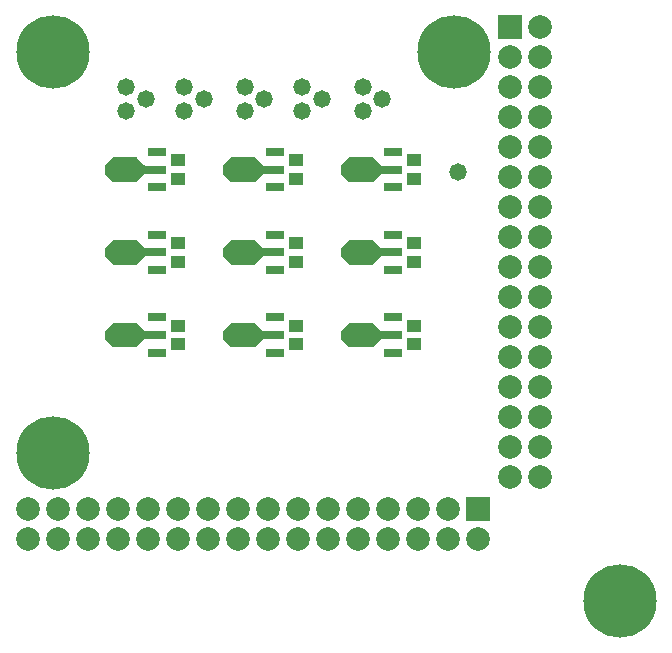
<source format=gts>
G04 Layer_Color=8388736*
%FSLAX25Y25*%
%MOIN*%
G70*
G01*
G75*
%ADD24R,0.04737X0.04343*%
%ADD25R,0.06312X0.03162*%
%ADD26R,0.07887X0.03162*%
%ADD27C,0.07887*%
%ADD28R,0.07887X0.07887*%
%ADD29R,0.07887X0.07887*%
%ADD30C,0.24422*%
%ADD31C,0.05800*%
G36*
X122296Y82878D02*
X122348Y82867D01*
X122397Y82851D01*
X122444Y82828D01*
X122488Y82798D01*
X122528Y82764D01*
X125087Y80205D01*
X125121Y80165D01*
X125150Y80122D01*
X125173Y80075D01*
X125190Y80025D01*
X125201Y79974D01*
X125204Y79921D01*
Y77559D01*
X125201Y77507D01*
X125190Y77455D01*
X125173Y77406D01*
X125150Y77359D01*
X125121Y77315D01*
X125087Y77276D01*
X122528Y74717D01*
X122488Y74682D01*
X122444Y74653D01*
X122397Y74630D01*
X122348Y74613D01*
X122296Y74603D01*
X122244Y74599D01*
X114764D01*
X114711Y74603D01*
X114660Y74613D01*
X114610Y74630D01*
X114563Y74653D01*
X114520Y74682D01*
X114480Y74717D01*
X111921Y77276D01*
X111887Y77315D01*
X111858Y77359D01*
X111834Y77406D01*
X111818Y77455D01*
X111807Y77507D01*
X111804Y77559D01*
Y79921D01*
X111807Y79974D01*
X111818Y80025D01*
X111834Y80075D01*
X111858Y80122D01*
X111887Y80165D01*
X111921Y80205D01*
X114480Y82764D01*
X114520Y82798D01*
X114563Y82828D01*
X114610Y82851D01*
X114660Y82867D01*
X114711Y82878D01*
X114764Y82881D01*
X122244D01*
X122296Y82878D01*
D02*
G37*
G36*
X43556Y110437D02*
X43608Y110427D01*
X43657Y110410D01*
X43704Y110387D01*
X43748Y110357D01*
X43787Y110323D01*
X46346Y107764D01*
X46381Y107724D01*
X46410Y107681D01*
X46433Y107634D01*
X46450Y107584D01*
X46460Y107533D01*
X46464Y107480D01*
Y105118D01*
X46460Y105066D01*
X46450Y105014D01*
X46433Y104965D01*
X46410Y104918D01*
X46381Y104874D01*
X46346Y104835D01*
X43787Y102276D01*
X43748Y102241D01*
X43704Y102212D01*
X43657Y102189D01*
X43608Y102172D01*
X43556Y102162D01*
X43504Y102158D01*
X36024D01*
X35971Y102162D01*
X35920Y102172D01*
X35870Y102189D01*
X35823Y102212D01*
X35780Y102241D01*
X35740Y102276D01*
X33181Y104835D01*
X33147Y104874D01*
X33117Y104918D01*
X33094Y104965D01*
X33077Y105014D01*
X33067Y105066D01*
X33064Y105118D01*
Y107480D01*
X33067Y107533D01*
X33077Y107584D01*
X33094Y107634D01*
X33117Y107681D01*
X33147Y107724D01*
X33181Y107764D01*
X35740Y110323D01*
X35780Y110357D01*
X35823Y110387D01*
X35870Y110410D01*
X35920Y110427D01*
X35971Y110437D01*
X36024Y110440D01*
X43504D01*
X43556Y110437D01*
D02*
G37*
G36*
Y82878D02*
X43608Y82867D01*
X43657Y82851D01*
X43704Y82828D01*
X43748Y82798D01*
X43787Y82764D01*
X46346Y80205D01*
X46381Y80165D01*
X46410Y80122D01*
X46433Y80075D01*
X46450Y80025D01*
X46460Y79974D01*
X46464Y79921D01*
Y77559D01*
X46460Y77507D01*
X46450Y77455D01*
X46433Y77406D01*
X46410Y77359D01*
X46381Y77315D01*
X46346Y77276D01*
X43787Y74717D01*
X43748Y74682D01*
X43704Y74653D01*
X43657Y74630D01*
X43608Y74613D01*
X43556Y74603D01*
X43504Y74599D01*
X36024D01*
X35971Y74603D01*
X35920Y74613D01*
X35870Y74630D01*
X35823Y74653D01*
X35780Y74682D01*
X35740Y74717D01*
X33181Y77276D01*
X33147Y77315D01*
X33117Y77359D01*
X33094Y77406D01*
X33077Y77455D01*
X33067Y77507D01*
X33064Y77559D01*
Y79921D01*
X33067Y79974D01*
X33077Y80025D01*
X33094Y80075D01*
X33117Y80122D01*
X33147Y80165D01*
X33181Y80205D01*
X35740Y82764D01*
X35780Y82798D01*
X35823Y82828D01*
X35870Y82851D01*
X35920Y82867D01*
X35971Y82878D01*
X36024Y82881D01*
X43504D01*
X43556Y82878D01*
D02*
G37*
G36*
X82926D02*
X82978Y82867D01*
X83027Y82851D01*
X83074Y82828D01*
X83118Y82798D01*
X83157Y82764D01*
X85716Y80205D01*
X85751Y80165D01*
X85780Y80122D01*
X85803Y80075D01*
X85820Y80025D01*
X85830Y79974D01*
X85834Y79921D01*
Y77559D01*
X85830Y77507D01*
X85820Y77455D01*
X85803Y77406D01*
X85780Y77359D01*
X85751Y77315D01*
X85716Y77276D01*
X83157Y74717D01*
X83118Y74682D01*
X83074Y74653D01*
X83027Y74630D01*
X82978Y74613D01*
X82926Y74603D01*
X82874Y74599D01*
X75394D01*
X75341Y74603D01*
X75290Y74613D01*
X75240Y74630D01*
X75193Y74653D01*
X75150Y74682D01*
X75110Y74717D01*
X72551Y77276D01*
X72517Y77315D01*
X72487Y77359D01*
X72464Y77406D01*
X72448Y77455D01*
X72437Y77507D01*
X72434Y77559D01*
Y79921D01*
X72437Y79974D01*
X72448Y80025D01*
X72464Y80075D01*
X72487Y80122D01*
X72517Y80165D01*
X72551Y80205D01*
X75110Y82764D01*
X75150Y82798D01*
X75193Y82828D01*
X75240Y82851D01*
X75290Y82867D01*
X75341Y82878D01*
X75394Y82881D01*
X82874D01*
X82926Y82878D01*
D02*
G37*
G36*
Y110437D02*
X82978Y110427D01*
X83027Y110410D01*
X83074Y110387D01*
X83118Y110357D01*
X83157Y110323D01*
X85716Y107764D01*
X85751Y107724D01*
X85780Y107681D01*
X85803Y107634D01*
X85820Y107584D01*
X85830Y107533D01*
X85834Y107480D01*
Y105118D01*
X85830Y105066D01*
X85820Y105014D01*
X85803Y104965D01*
X85780Y104918D01*
X85751Y104874D01*
X85716Y104835D01*
X83157Y102276D01*
X83118Y102241D01*
X83074Y102212D01*
X83027Y102189D01*
X82978Y102172D01*
X82926Y102162D01*
X82874Y102158D01*
X75394D01*
X75341Y102162D01*
X75290Y102172D01*
X75240Y102189D01*
X75193Y102212D01*
X75150Y102241D01*
X75110Y102276D01*
X72551Y104835D01*
X72517Y104874D01*
X72487Y104918D01*
X72464Y104965D01*
X72448Y105014D01*
X72437Y105066D01*
X72434Y105118D01*
Y107480D01*
X72437Y107533D01*
X72448Y107584D01*
X72464Y107634D01*
X72487Y107681D01*
X72517Y107724D01*
X72551Y107764D01*
X75110Y110323D01*
X75150Y110357D01*
X75193Y110387D01*
X75240Y110410D01*
X75290Y110427D01*
X75341Y110437D01*
X75394Y110440D01*
X82874D01*
X82926Y110437D01*
D02*
G37*
G36*
Y137996D02*
X82978Y137986D01*
X83027Y137969D01*
X83074Y137946D01*
X83118Y137917D01*
X83157Y137882D01*
X85716Y135323D01*
X85751Y135283D01*
X85780Y135240D01*
X85803Y135193D01*
X85820Y135143D01*
X85830Y135092D01*
X85834Y135039D01*
Y132677D01*
X85830Y132625D01*
X85820Y132573D01*
X85803Y132524D01*
X85780Y132477D01*
X85751Y132433D01*
X85716Y132394D01*
X83157Y129835D01*
X83118Y129800D01*
X83074Y129771D01*
X83027Y129748D01*
X82978Y129731D01*
X82926Y129721D01*
X82874Y129717D01*
X75394D01*
X75341Y129721D01*
X75290Y129731D01*
X75240Y129748D01*
X75193Y129771D01*
X75150Y129800D01*
X75110Y129835D01*
X72551Y132394D01*
X72517Y132433D01*
X72487Y132477D01*
X72464Y132524D01*
X72448Y132573D01*
X72437Y132625D01*
X72434Y132677D01*
Y135039D01*
X72437Y135092D01*
X72448Y135143D01*
X72464Y135193D01*
X72487Y135240D01*
X72517Y135283D01*
X72551Y135323D01*
X75110Y137882D01*
X75150Y137917D01*
X75193Y137946D01*
X75240Y137969D01*
X75290Y137986D01*
X75341Y137996D01*
X75394Y137999D01*
X82874D01*
X82926Y137996D01*
D02*
G37*
G36*
X122296D02*
X122348Y137986D01*
X122397Y137969D01*
X122444Y137946D01*
X122488Y137917D01*
X122528Y137882D01*
X125087Y135323D01*
X125121Y135283D01*
X125150Y135240D01*
X125173Y135193D01*
X125190Y135143D01*
X125201Y135092D01*
X125204Y135039D01*
Y132677D01*
X125201Y132625D01*
X125190Y132573D01*
X125173Y132524D01*
X125150Y132477D01*
X125121Y132433D01*
X125087Y132394D01*
X122528Y129835D01*
X122488Y129800D01*
X122444Y129771D01*
X122397Y129748D01*
X122348Y129731D01*
X122296Y129721D01*
X122244Y129717D01*
X114764D01*
X114711Y129721D01*
X114660Y129731D01*
X114610Y129748D01*
X114563Y129771D01*
X114520Y129800D01*
X114480Y129835D01*
X111921Y132394D01*
X111887Y132433D01*
X111858Y132477D01*
X111834Y132524D01*
X111818Y132573D01*
X111807Y132625D01*
X111804Y132677D01*
Y135039D01*
X111807Y135092D01*
X111818Y135143D01*
X111834Y135193D01*
X111858Y135240D01*
X111887Y135283D01*
X111921Y135323D01*
X114480Y137882D01*
X114520Y137917D01*
X114563Y137946D01*
X114610Y137969D01*
X114660Y137986D01*
X114711Y137996D01*
X114764Y137999D01*
X122244D01*
X122296Y137996D01*
D02*
G37*
G36*
Y110437D02*
X122348Y110427D01*
X122397Y110410D01*
X122444Y110387D01*
X122488Y110357D01*
X122528Y110323D01*
X125087Y107764D01*
X125121Y107724D01*
X125150Y107681D01*
X125173Y107634D01*
X125190Y107584D01*
X125201Y107533D01*
X125204Y107480D01*
Y105118D01*
X125201Y105066D01*
X125190Y105014D01*
X125173Y104965D01*
X125150Y104918D01*
X125121Y104874D01*
X125087Y104835D01*
X122528Y102276D01*
X122488Y102241D01*
X122444Y102212D01*
X122397Y102189D01*
X122348Y102172D01*
X122296Y102162D01*
X122244Y102158D01*
X114764D01*
X114711Y102162D01*
X114660Y102172D01*
X114610Y102189D01*
X114563Y102212D01*
X114520Y102241D01*
X114480Y102276D01*
X111921Y104835D01*
X111887Y104874D01*
X111858Y104918D01*
X111834Y104965D01*
X111818Y105014D01*
X111807Y105066D01*
X111804Y105118D01*
Y107480D01*
X111807Y107533D01*
X111818Y107584D01*
X111834Y107634D01*
X111858Y107681D01*
X111887Y107724D01*
X111921Y107764D01*
X114480Y110323D01*
X114520Y110357D01*
X114563Y110387D01*
X114610Y110410D01*
X114660Y110427D01*
X114711Y110437D01*
X114764Y110440D01*
X122244D01*
X122296Y110437D01*
D02*
G37*
G36*
X43556Y137996D02*
X43608Y137986D01*
X43657Y137969D01*
X43704Y137946D01*
X43748Y137917D01*
X43787Y137882D01*
X46346Y135323D01*
X46381Y135283D01*
X46410Y135240D01*
X46433Y135193D01*
X46450Y135143D01*
X46460Y135092D01*
X46464Y135039D01*
Y132677D01*
X46460Y132625D01*
X46450Y132573D01*
X46433Y132524D01*
X46410Y132477D01*
X46381Y132433D01*
X46346Y132394D01*
X43787Y129835D01*
X43748Y129800D01*
X43704Y129771D01*
X43657Y129748D01*
X43608Y129731D01*
X43556Y129721D01*
X43504Y129717D01*
X36024D01*
X35971Y129721D01*
X35920Y129731D01*
X35870Y129748D01*
X35823Y129771D01*
X35780Y129800D01*
X35740Y129835D01*
X33181Y132394D01*
X33147Y132433D01*
X33117Y132477D01*
X33094Y132524D01*
X33077Y132573D01*
X33067Y132625D01*
X33064Y132677D01*
Y135039D01*
X33067Y135092D01*
X33077Y135143D01*
X33094Y135193D01*
X33117Y135240D01*
X33147Y135283D01*
X33181Y135323D01*
X35740Y137882D01*
X35780Y137917D01*
X35823Y137946D01*
X35870Y137969D01*
X35920Y137986D01*
X35971Y137996D01*
X36024Y137999D01*
X43504D01*
X43556Y137996D01*
D02*
G37*
D24*
X57480Y130709D02*
D03*
Y137008D02*
D03*
Y103150D02*
D03*
Y109449D02*
D03*
Y75590D02*
D03*
Y81890D02*
D03*
X96850Y130709D02*
D03*
Y137008D02*
D03*
Y103150D02*
D03*
Y109449D02*
D03*
Y75590D02*
D03*
Y81890D02*
D03*
X136221Y130709D02*
D03*
Y137008D02*
D03*
Y103150D02*
D03*
Y109449D02*
D03*
Y75590D02*
D03*
Y81890D02*
D03*
D25*
X50394Y84646D02*
D03*
Y72835D02*
D03*
X89764Y84646D02*
D03*
Y72835D02*
D03*
X129134Y84646D02*
D03*
Y72835D02*
D03*
X50394Y112205D02*
D03*
Y100394D02*
D03*
X89764Y112205D02*
D03*
Y100394D02*
D03*
X129134Y112205D02*
D03*
Y100394D02*
D03*
X50394Y139764D02*
D03*
Y127953D02*
D03*
X89764Y139764D02*
D03*
Y127953D02*
D03*
X129134Y139764D02*
D03*
Y127953D02*
D03*
D26*
X49606Y78740D02*
D03*
X88976D02*
D03*
X128347D02*
D03*
X49606Y106299D02*
D03*
X88976D02*
D03*
X128347D02*
D03*
X49606Y133858D02*
D03*
X88976D02*
D03*
X128347D02*
D03*
D27*
X7677Y20748D02*
D03*
X17677D02*
D03*
X27677D02*
D03*
X37677D02*
D03*
X47677D02*
D03*
X57677D02*
D03*
X67677D02*
D03*
X77677D02*
D03*
X87677D02*
D03*
X97677D02*
D03*
X107677D02*
D03*
X117677D02*
D03*
X127677D02*
D03*
X137677D02*
D03*
X147677D02*
D03*
X157677Y10748D02*
D03*
X147677D02*
D03*
X137677D02*
D03*
X127677D02*
D03*
X117677D02*
D03*
X107677D02*
D03*
X97677D02*
D03*
X87677D02*
D03*
X77677D02*
D03*
X67677D02*
D03*
X57677D02*
D03*
X47677D02*
D03*
X37677D02*
D03*
X27677D02*
D03*
X17677D02*
D03*
X7677D02*
D03*
X168228Y31299D02*
D03*
Y41299D02*
D03*
Y51299D02*
D03*
Y61299D02*
D03*
Y71299D02*
D03*
Y81299D02*
D03*
Y91299D02*
D03*
Y101299D02*
D03*
Y111299D02*
D03*
Y121299D02*
D03*
Y131299D02*
D03*
Y141299D02*
D03*
Y151299D02*
D03*
Y161299D02*
D03*
Y171299D02*
D03*
X178228Y181299D02*
D03*
Y171299D02*
D03*
Y161299D02*
D03*
Y151299D02*
D03*
Y141299D02*
D03*
Y131299D02*
D03*
Y121299D02*
D03*
Y111299D02*
D03*
Y101299D02*
D03*
Y91299D02*
D03*
Y81299D02*
D03*
Y71299D02*
D03*
Y61299D02*
D03*
Y51299D02*
D03*
Y41299D02*
D03*
Y31299D02*
D03*
D28*
X157677Y20748D02*
D03*
D29*
X168228Y181299D02*
D03*
D30*
X149606Y173228D02*
D03*
X15748Y39370D02*
D03*
X204724Y-9843D02*
D03*
X15748Y173228D02*
D03*
D31*
X150787Y133071D02*
D03*
X86221Y157480D02*
D03*
X40354Y161417D02*
D03*
Y153543D02*
D03*
X46850Y157480D02*
D03*
X59646Y161417D02*
D03*
Y153543D02*
D03*
X66142Y157480D02*
D03*
X105512D02*
D03*
X99016Y153543D02*
D03*
Y161417D02*
D03*
X125591Y157480D02*
D03*
X119095Y153543D02*
D03*
Y161417D02*
D03*
X79724D02*
D03*
Y153543D02*
D03*
M02*

</source>
